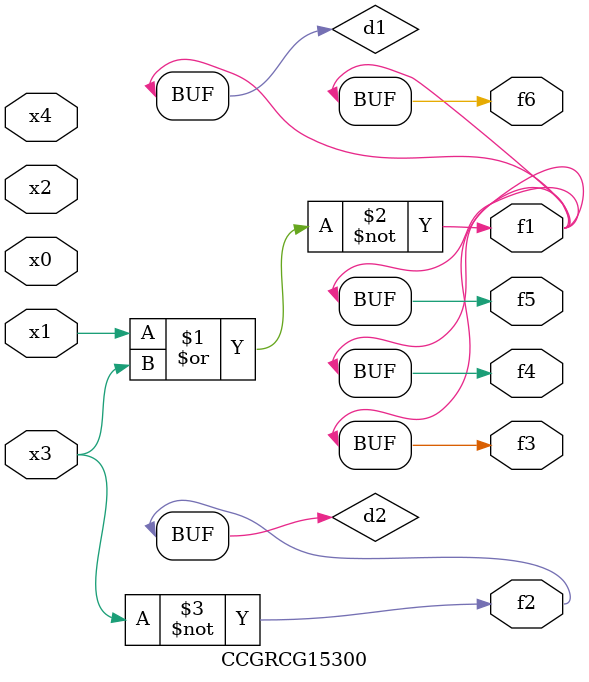
<source format=v>
module CCGRCG15300(
	input x0, x1, x2, x3, x4,
	output f1, f2, f3, f4, f5, f6
);

	wire d1, d2;

	nor (d1, x1, x3);
	not (d2, x3);
	assign f1 = d1;
	assign f2 = d2;
	assign f3 = d1;
	assign f4 = d1;
	assign f5 = d1;
	assign f6 = d1;
endmodule

</source>
